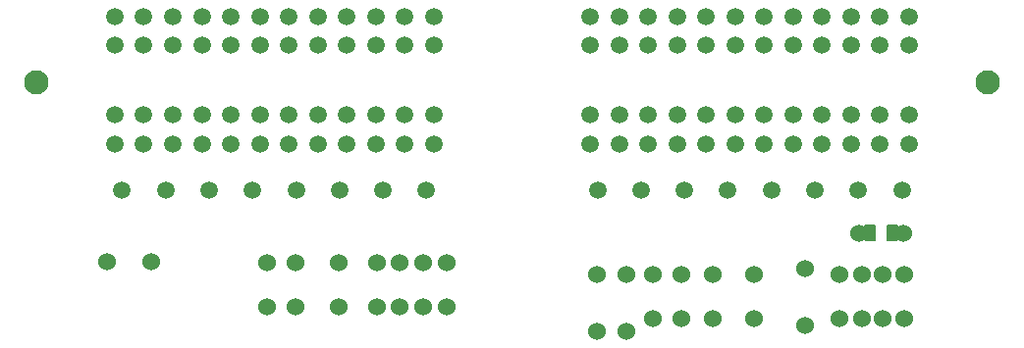
<source format=gbs>
G04 #@! TF.GenerationSoftware,KiCad,Pcbnew,8.0.6-8.0.6-0~ubuntu22.04.1*
G04 #@! TF.CreationDate,2024-11-30T07:36:20+00:00*
G04 #@! TF.ProjectId,hellen-112-17,68656c6c-656e-42d3-9131-322d31372e6b,B*
G04 #@! TF.SameCoordinates,Original*
G04 #@! TF.FileFunction,Soldermask,Bot*
G04 #@! TF.FilePolarity,Negative*
%FSLAX46Y46*%
G04 Gerber Fmt 4.6, Leading zero omitted, Abs format (unit mm)*
G04 Created by KiCad (PCBNEW 8.0.6-8.0.6-0~ubuntu22.04.1) date 2024-11-30 07:36:20*
%MOMM*%
%LPD*%
G01*
G04 APERTURE LIST*
%ADD10C,2.100000*%
%ADD11C,1.500000*%
%ADD12C,1.524000*%
G04 APERTURE END LIST*
D10*
G04 #@! TO.C,J1*
X2154267Y84016479D03*
X84154267Y84016479D03*
D11*
X77404267Y89716479D03*
X74904267Y89716479D03*
X72404267Y89716479D03*
X69904267Y89716479D03*
X67404267Y89716479D03*
X64904267Y89716479D03*
X62404267Y89716479D03*
X59904267Y89716479D03*
X57404267Y89716479D03*
X54904267Y89716479D03*
X52404267Y89716479D03*
X49904267Y89716479D03*
X77404267Y87216479D03*
X74904267Y87216479D03*
X72404267Y87216479D03*
X69904267Y87216479D03*
X67404267Y87216479D03*
X64904267Y87216479D03*
X62404267Y87216479D03*
X59904267Y87216479D03*
X57404267Y87216479D03*
X54904267Y87216479D03*
X52404267Y87216479D03*
X49904267Y87216479D03*
X77404267Y81216479D03*
X74904267Y81216479D03*
X72404267Y81216479D03*
X69904267Y81216479D03*
X67404267Y81216479D03*
X64904267Y81216479D03*
X62404267Y81216479D03*
X59904267Y81216479D03*
X57404267Y81216479D03*
X54904267Y81216479D03*
X52404267Y81216479D03*
X49904267Y81216479D03*
X77404267Y78716479D03*
X74904267Y78716479D03*
X72404267Y78716479D03*
X69904267Y78716479D03*
X67404267Y78716479D03*
X64904267Y78716479D03*
X62404267Y78716479D03*
X59904267Y78716479D03*
X57404267Y78716479D03*
X54904267Y78716479D03*
X52404267Y78716479D03*
X49904267Y78716479D03*
X76779267Y74716479D03*
X73029267Y74716479D03*
X69279267Y74716479D03*
X65529267Y74716479D03*
X61779267Y74716479D03*
X58029267Y74716479D03*
X54279267Y74716479D03*
X50529267Y74716479D03*
X36404267Y89716479D03*
X33904267Y89716479D03*
X31404267Y89716479D03*
X28904267Y89716479D03*
X26404267Y89716479D03*
X23904267Y89716479D03*
X21404267Y89716479D03*
X18904267Y89716479D03*
X16404267Y89716479D03*
X13904267Y89716479D03*
X11404267Y89716479D03*
X8904267Y89716479D03*
X36404267Y87216479D03*
X33904267Y87216479D03*
X31404267Y87216479D03*
X28904267Y87216479D03*
X26404267Y87216479D03*
X23904267Y87216479D03*
X21404267Y87216479D03*
X18904267Y87216479D03*
X16404267Y87216479D03*
X13904267Y87216479D03*
X11404267Y87216479D03*
X8904267Y87216479D03*
X36404267Y81216479D03*
X33904267Y81216479D03*
X31404267Y81216479D03*
X28904267Y81216479D03*
X26404267Y81216479D03*
X23904267Y81216479D03*
X21404267Y81216479D03*
X18904267Y81216479D03*
X16404267Y81216479D03*
X13904267Y81216479D03*
X11404267Y81216479D03*
X8904267Y81216479D03*
X36404267Y78716479D03*
X33904267Y78716479D03*
X31404267Y78716479D03*
X28904267Y78716479D03*
X26404267Y78716479D03*
X23904267Y78716479D03*
X21404267Y78716479D03*
X18904267Y78716479D03*
X16404267Y78716479D03*
X13904267Y78716479D03*
X11404267Y78716479D03*
X8904267Y78716479D03*
X35779267Y74716479D03*
X32029267Y74716479D03*
X28279267Y74716479D03*
X24529267Y74716479D03*
X20779267Y74716479D03*
X17029267Y74716479D03*
X13279267Y74716479D03*
X9529267Y74716479D03*
G04 #@! TD*
D12*
G04 #@! TO.C,R13*
X33500000Y68405000D03*
X33500000Y64595000D03*
G04 #@! TD*
G04 #@! TO.C,R11*
X8190000Y68500000D03*
X12000000Y68500000D03*
G04 #@! TD*
G04 #@! TO.C,R14*
X31500000Y68405000D03*
X31500000Y64595000D03*
G04 #@! TD*
G04 #@! TO.C,R12*
X22000000Y68405000D03*
X22000000Y64595000D03*
G04 #@! TD*
G04 #@! TO.C,F2*
X53000000Y67450000D03*
X53000000Y62550000D03*
G04 #@! TD*
G04 #@! TO.C,R15*
X28250000Y68405000D03*
X28250000Y64595000D03*
G04 #@! TD*
G04 #@! TO.C,F1*
X68400000Y67950000D03*
X68400000Y63050000D03*
G04 #@! TD*
G04 #@! TO.C,F3*
X50500000Y67450000D03*
X50500000Y62550000D03*
G04 #@! TD*
G04 #@! TO.C,R1*
X64000000Y67405000D03*
X64000000Y63595000D03*
G04 #@! TD*
G04 #@! TO.C,R9*
X37500000Y68405000D03*
X37500000Y64595000D03*
G04 #@! TD*
G04 #@! TO.C,R6*
X77000000Y67405000D03*
X77000000Y63595000D03*
G04 #@! TD*
G04 #@! TO.C,R4*
X71400000Y67405000D03*
X71400000Y63595000D03*
G04 #@! TD*
G04 #@! TO.C,R8*
X73300000Y67405000D03*
X73300000Y63595000D03*
G04 #@! TD*
G04 #@! TO.C,R10*
X35500000Y68405000D03*
X35500000Y64595000D03*
G04 #@! TD*
G04 #@! TO.C,R7*
X75100000Y67405000D03*
X75100000Y63595000D03*
G04 #@! TD*
G04 #@! TO.C,R16*
X24500000Y68405000D03*
X24500000Y64595000D03*
G04 #@! TD*
G04 #@! TO.C,R5*
X57800000Y67405000D03*
X57800000Y63595000D03*
G04 #@! TD*
G04 #@! TO.C,R2*
X60500000Y67405000D03*
X60500000Y63595000D03*
G04 #@! TD*
G04 #@! TO.C,R3*
X55300000Y67405000D03*
X55300000Y63595000D03*
G04 #@! TD*
G04 #@! TO.C,R54*
X73090000Y71000000D03*
G36*
G01*
X73544999Y70375000D02*
X73544999Y71625000D01*
G75*
G02*
X73644999Y71725000I100000J0D01*
G01*
X74444999Y71725000D01*
G75*
G02*
X74544999Y71625000I0J-100000D01*
G01*
X74544999Y70375000D01*
G75*
G02*
X74444999Y70275000I-100000J0D01*
G01*
X73644999Y70275000D01*
G75*
G02*
X73544999Y70375000I0J100000D01*
G01*
G37*
G36*
G01*
X75445021Y70375000D02*
X75445021Y71625000D01*
G75*
G02*
X75545021Y71725000I100000J0D01*
G01*
X76345021Y71725000D01*
G75*
G02*
X76445021Y71625000I0J-100000D01*
G01*
X76445021Y70375000D01*
G75*
G02*
X76345021Y70275000I-100000J0D01*
G01*
X75545021Y70275000D01*
G75*
G02*
X75445021Y70375000I0J100000D01*
G01*
G37*
X76900000Y71000000D03*
G04 #@! TD*
M02*

</source>
